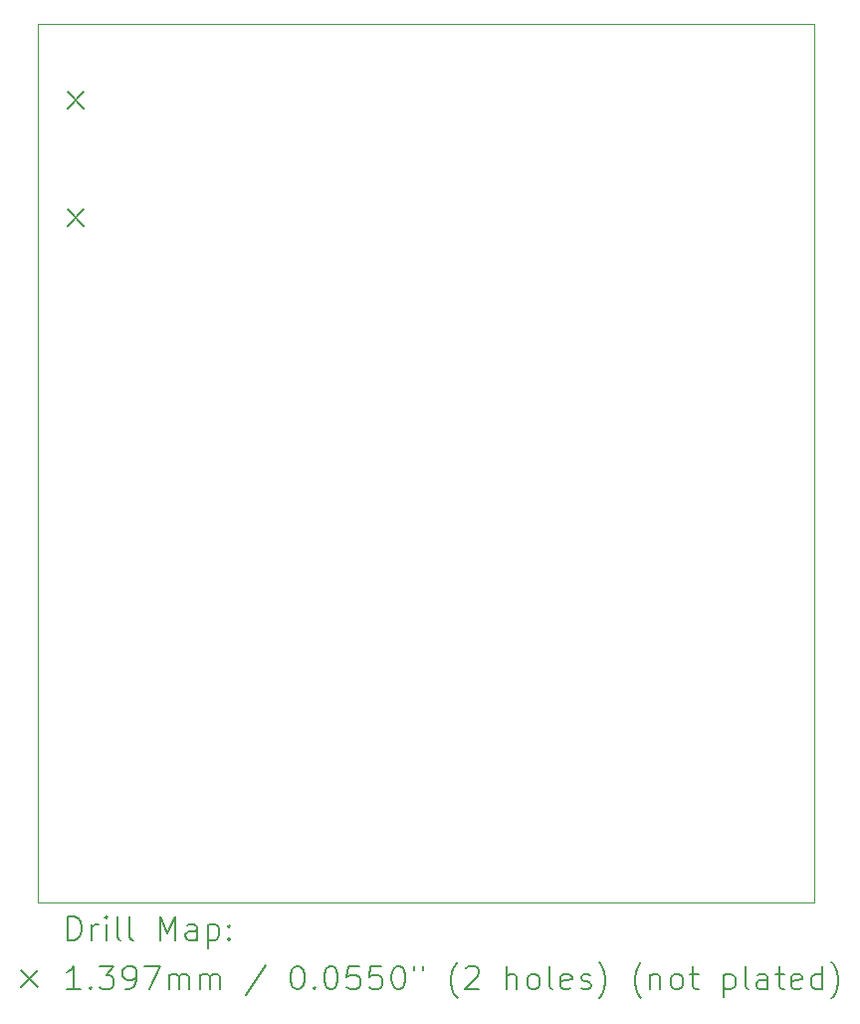
<source format=gbr>
%TF.GenerationSoftware,KiCad,Pcbnew,(6.0.11)*%
%TF.CreationDate,2024-06-19T11:06:34+02:00*%
%TF.ProjectId,Theremin,54686572-656d-4696-9e2e-6b696361645f,rev?*%
%TF.SameCoordinates,Original*%
%TF.FileFunction,Drillmap*%
%TF.FilePolarity,Positive*%
%FSLAX45Y45*%
G04 Gerber Fmt 4.5, Leading zero omitted, Abs format (unit mm)*
G04 Created by KiCad (PCBNEW (6.0.11)) date 2024-06-19 11:06:34*
%MOMM*%
%LPD*%
G01*
G04 APERTURE LIST*
%ADD10C,0.100000*%
%ADD11C,0.200000*%
%ADD12C,0.139700*%
G04 APERTURE END LIST*
D10*
X10922000Y-4191000D02*
X17526000Y-4191000D01*
X17526000Y-4191000D02*
X17526000Y-11658600D01*
X17526000Y-11658600D02*
X10922000Y-11658600D01*
X10922000Y-11658600D02*
X10922000Y-4191000D01*
D11*
D12*
X11168380Y-4764024D02*
X11308080Y-4903724D01*
X11308080Y-4764024D02*
X11168380Y-4903724D01*
X11168380Y-5764276D02*
X11308080Y-5903976D01*
X11308080Y-5764276D02*
X11168380Y-5903976D01*
D11*
X11174619Y-11974076D02*
X11174619Y-11774076D01*
X11222238Y-11774076D01*
X11250809Y-11783600D01*
X11269857Y-11802648D01*
X11279381Y-11821695D01*
X11288905Y-11859790D01*
X11288905Y-11888362D01*
X11279381Y-11926457D01*
X11269857Y-11945505D01*
X11250809Y-11964552D01*
X11222238Y-11974076D01*
X11174619Y-11974076D01*
X11374619Y-11974076D02*
X11374619Y-11840743D01*
X11374619Y-11878838D02*
X11384143Y-11859790D01*
X11393667Y-11850267D01*
X11412714Y-11840743D01*
X11431762Y-11840743D01*
X11498428Y-11974076D02*
X11498428Y-11840743D01*
X11498428Y-11774076D02*
X11488905Y-11783600D01*
X11498428Y-11793124D01*
X11507952Y-11783600D01*
X11498428Y-11774076D01*
X11498428Y-11793124D01*
X11622238Y-11974076D02*
X11603190Y-11964552D01*
X11593667Y-11945505D01*
X11593667Y-11774076D01*
X11727000Y-11974076D02*
X11707952Y-11964552D01*
X11698428Y-11945505D01*
X11698428Y-11774076D01*
X11955571Y-11974076D02*
X11955571Y-11774076D01*
X12022238Y-11916933D01*
X12088905Y-11774076D01*
X12088905Y-11974076D01*
X12269857Y-11974076D02*
X12269857Y-11869314D01*
X12260333Y-11850267D01*
X12241286Y-11840743D01*
X12203190Y-11840743D01*
X12184143Y-11850267D01*
X12269857Y-11964552D02*
X12250809Y-11974076D01*
X12203190Y-11974076D01*
X12184143Y-11964552D01*
X12174619Y-11945505D01*
X12174619Y-11926457D01*
X12184143Y-11907409D01*
X12203190Y-11897886D01*
X12250809Y-11897886D01*
X12269857Y-11888362D01*
X12365095Y-11840743D02*
X12365095Y-12040743D01*
X12365095Y-11850267D02*
X12384143Y-11840743D01*
X12422238Y-11840743D01*
X12441286Y-11850267D01*
X12450809Y-11859790D01*
X12460333Y-11878838D01*
X12460333Y-11935981D01*
X12450809Y-11955028D01*
X12441286Y-11964552D01*
X12422238Y-11974076D01*
X12384143Y-11974076D01*
X12365095Y-11964552D01*
X12546048Y-11955028D02*
X12555571Y-11964552D01*
X12546048Y-11974076D01*
X12536524Y-11964552D01*
X12546048Y-11955028D01*
X12546048Y-11974076D01*
X12546048Y-11850267D02*
X12555571Y-11859790D01*
X12546048Y-11869314D01*
X12536524Y-11859790D01*
X12546048Y-11850267D01*
X12546048Y-11869314D01*
D12*
X10777300Y-12233750D02*
X10917000Y-12373450D01*
X10917000Y-12233750D02*
X10777300Y-12373450D01*
D11*
X11279381Y-12394076D02*
X11165095Y-12394076D01*
X11222238Y-12394076D02*
X11222238Y-12194076D01*
X11203190Y-12222648D01*
X11184143Y-12241695D01*
X11165095Y-12251219D01*
X11365095Y-12375028D02*
X11374619Y-12384552D01*
X11365095Y-12394076D01*
X11355571Y-12384552D01*
X11365095Y-12375028D01*
X11365095Y-12394076D01*
X11441286Y-12194076D02*
X11565095Y-12194076D01*
X11498428Y-12270267D01*
X11527000Y-12270267D01*
X11546048Y-12279790D01*
X11555571Y-12289314D01*
X11565095Y-12308362D01*
X11565095Y-12355981D01*
X11555571Y-12375028D01*
X11546048Y-12384552D01*
X11527000Y-12394076D01*
X11469857Y-12394076D01*
X11450809Y-12384552D01*
X11441286Y-12375028D01*
X11660333Y-12394076D02*
X11698428Y-12394076D01*
X11717476Y-12384552D01*
X11727000Y-12375028D01*
X11746048Y-12346457D01*
X11755571Y-12308362D01*
X11755571Y-12232171D01*
X11746048Y-12213124D01*
X11736524Y-12203600D01*
X11717476Y-12194076D01*
X11679381Y-12194076D01*
X11660333Y-12203600D01*
X11650809Y-12213124D01*
X11641286Y-12232171D01*
X11641286Y-12279790D01*
X11650809Y-12298838D01*
X11660333Y-12308362D01*
X11679381Y-12317886D01*
X11717476Y-12317886D01*
X11736524Y-12308362D01*
X11746048Y-12298838D01*
X11755571Y-12279790D01*
X11822238Y-12194076D02*
X11955571Y-12194076D01*
X11869857Y-12394076D01*
X12031762Y-12394076D02*
X12031762Y-12260743D01*
X12031762Y-12279790D02*
X12041286Y-12270267D01*
X12060333Y-12260743D01*
X12088905Y-12260743D01*
X12107952Y-12270267D01*
X12117476Y-12289314D01*
X12117476Y-12394076D01*
X12117476Y-12289314D02*
X12127000Y-12270267D01*
X12146048Y-12260743D01*
X12174619Y-12260743D01*
X12193667Y-12270267D01*
X12203190Y-12289314D01*
X12203190Y-12394076D01*
X12298428Y-12394076D02*
X12298428Y-12260743D01*
X12298428Y-12279790D02*
X12307952Y-12270267D01*
X12327000Y-12260743D01*
X12355571Y-12260743D01*
X12374619Y-12270267D01*
X12384143Y-12289314D01*
X12384143Y-12394076D01*
X12384143Y-12289314D02*
X12393667Y-12270267D01*
X12412714Y-12260743D01*
X12441286Y-12260743D01*
X12460333Y-12270267D01*
X12469857Y-12289314D01*
X12469857Y-12394076D01*
X12860333Y-12184552D02*
X12688905Y-12441695D01*
X13117476Y-12194076D02*
X13136524Y-12194076D01*
X13155571Y-12203600D01*
X13165095Y-12213124D01*
X13174619Y-12232171D01*
X13184143Y-12270267D01*
X13184143Y-12317886D01*
X13174619Y-12355981D01*
X13165095Y-12375028D01*
X13155571Y-12384552D01*
X13136524Y-12394076D01*
X13117476Y-12394076D01*
X13098428Y-12384552D01*
X13088905Y-12375028D01*
X13079381Y-12355981D01*
X13069857Y-12317886D01*
X13069857Y-12270267D01*
X13079381Y-12232171D01*
X13088905Y-12213124D01*
X13098428Y-12203600D01*
X13117476Y-12194076D01*
X13269857Y-12375028D02*
X13279381Y-12384552D01*
X13269857Y-12394076D01*
X13260333Y-12384552D01*
X13269857Y-12375028D01*
X13269857Y-12394076D01*
X13403190Y-12194076D02*
X13422238Y-12194076D01*
X13441286Y-12203600D01*
X13450809Y-12213124D01*
X13460333Y-12232171D01*
X13469857Y-12270267D01*
X13469857Y-12317886D01*
X13460333Y-12355981D01*
X13450809Y-12375028D01*
X13441286Y-12384552D01*
X13422238Y-12394076D01*
X13403190Y-12394076D01*
X13384143Y-12384552D01*
X13374619Y-12375028D01*
X13365095Y-12355981D01*
X13355571Y-12317886D01*
X13355571Y-12270267D01*
X13365095Y-12232171D01*
X13374619Y-12213124D01*
X13384143Y-12203600D01*
X13403190Y-12194076D01*
X13650809Y-12194076D02*
X13555571Y-12194076D01*
X13546048Y-12289314D01*
X13555571Y-12279790D01*
X13574619Y-12270267D01*
X13622238Y-12270267D01*
X13641286Y-12279790D01*
X13650809Y-12289314D01*
X13660333Y-12308362D01*
X13660333Y-12355981D01*
X13650809Y-12375028D01*
X13641286Y-12384552D01*
X13622238Y-12394076D01*
X13574619Y-12394076D01*
X13555571Y-12384552D01*
X13546048Y-12375028D01*
X13841286Y-12194076D02*
X13746048Y-12194076D01*
X13736524Y-12289314D01*
X13746048Y-12279790D01*
X13765095Y-12270267D01*
X13812714Y-12270267D01*
X13831762Y-12279790D01*
X13841286Y-12289314D01*
X13850809Y-12308362D01*
X13850809Y-12355981D01*
X13841286Y-12375028D01*
X13831762Y-12384552D01*
X13812714Y-12394076D01*
X13765095Y-12394076D01*
X13746048Y-12384552D01*
X13736524Y-12375028D01*
X13974619Y-12194076D02*
X13993667Y-12194076D01*
X14012714Y-12203600D01*
X14022238Y-12213124D01*
X14031762Y-12232171D01*
X14041286Y-12270267D01*
X14041286Y-12317886D01*
X14031762Y-12355981D01*
X14022238Y-12375028D01*
X14012714Y-12384552D01*
X13993667Y-12394076D01*
X13974619Y-12394076D01*
X13955571Y-12384552D01*
X13946048Y-12375028D01*
X13936524Y-12355981D01*
X13927000Y-12317886D01*
X13927000Y-12270267D01*
X13936524Y-12232171D01*
X13946048Y-12213124D01*
X13955571Y-12203600D01*
X13974619Y-12194076D01*
X14117476Y-12194076D02*
X14117476Y-12232171D01*
X14193667Y-12194076D02*
X14193667Y-12232171D01*
X14488905Y-12470267D02*
X14479381Y-12460743D01*
X14460333Y-12432171D01*
X14450809Y-12413124D01*
X14441286Y-12384552D01*
X14431762Y-12336933D01*
X14431762Y-12298838D01*
X14441286Y-12251219D01*
X14450809Y-12222648D01*
X14460333Y-12203600D01*
X14479381Y-12175028D01*
X14488905Y-12165505D01*
X14555571Y-12213124D02*
X14565095Y-12203600D01*
X14584143Y-12194076D01*
X14631762Y-12194076D01*
X14650809Y-12203600D01*
X14660333Y-12213124D01*
X14669857Y-12232171D01*
X14669857Y-12251219D01*
X14660333Y-12279790D01*
X14546048Y-12394076D01*
X14669857Y-12394076D01*
X14907952Y-12394076D02*
X14907952Y-12194076D01*
X14993667Y-12394076D02*
X14993667Y-12289314D01*
X14984143Y-12270267D01*
X14965095Y-12260743D01*
X14936524Y-12260743D01*
X14917476Y-12270267D01*
X14907952Y-12279790D01*
X15117476Y-12394076D02*
X15098428Y-12384552D01*
X15088905Y-12375028D01*
X15079381Y-12355981D01*
X15079381Y-12298838D01*
X15088905Y-12279790D01*
X15098428Y-12270267D01*
X15117476Y-12260743D01*
X15146048Y-12260743D01*
X15165095Y-12270267D01*
X15174619Y-12279790D01*
X15184143Y-12298838D01*
X15184143Y-12355981D01*
X15174619Y-12375028D01*
X15165095Y-12384552D01*
X15146048Y-12394076D01*
X15117476Y-12394076D01*
X15298428Y-12394076D02*
X15279381Y-12384552D01*
X15269857Y-12365505D01*
X15269857Y-12194076D01*
X15450809Y-12384552D02*
X15431762Y-12394076D01*
X15393667Y-12394076D01*
X15374619Y-12384552D01*
X15365095Y-12365505D01*
X15365095Y-12289314D01*
X15374619Y-12270267D01*
X15393667Y-12260743D01*
X15431762Y-12260743D01*
X15450809Y-12270267D01*
X15460333Y-12289314D01*
X15460333Y-12308362D01*
X15365095Y-12327409D01*
X15536524Y-12384552D02*
X15555571Y-12394076D01*
X15593667Y-12394076D01*
X15612714Y-12384552D01*
X15622238Y-12365505D01*
X15622238Y-12355981D01*
X15612714Y-12336933D01*
X15593667Y-12327409D01*
X15565095Y-12327409D01*
X15546048Y-12317886D01*
X15536524Y-12298838D01*
X15536524Y-12289314D01*
X15546048Y-12270267D01*
X15565095Y-12260743D01*
X15593667Y-12260743D01*
X15612714Y-12270267D01*
X15688905Y-12470267D02*
X15698428Y-12460743D01*
X15717476Y-12432171D01*
X15727000Y-12413124D01*
X15736524Y-12384552D01*
X15746048Y-12336933D01*
X15746048Y-12298838D01*
X15736524Y-12251219D01*
X15727000Y-12222648D01*
X15717476Y-12203600D01*
X15698428Y-12175028D01*
X15688905Y-12165505D01*
X16050809Y-12470267D02*
X16041286Y-12460743D01*
X16022238Y-12432171D01*
X16012714Y-12413124D01*
X16003190Y-12384552D01*
X15993667Y-12336933D01*
X15993667Y-12298838D01*
X16003190Y-12251219D01*
X16012714Y-12222648D01*
X16022238Y-12203600D01*
X16041286Y-12175028D01*
X16050809Y-12165505D01*
X16127000Y-12260743D02*
X16127000Y-12394076D01*
X16127000Y-12279790D02*
X16136524Y-12270267D01*
X16155571Y-12260743D01*
X16184143Y-12260743D01*
X16203190Y-12270267D01*
X16212714Y-12289314D01*
X16212714Y-12394076D01*
X16336524Y-12394076D02*
X16317476Y-12384552D01*
X16307952Y-12375028D01*
X16298428Y-12355981D01*
X16298428Y-12298838D01*
X16307952Y-12279790D01*
X16317476Y-12270267D01*
X16336524Y-12260743D01*
X16365095Y-12260743D01*
X16384143Y-12270267D01*
X16393667Y-12279790D01*
X16403190Y-12298838D01*
X16403190Y-12355981D01*
X16393667Y-12375028D01*
X16384143Y-12384552D01*
X16365095Y-12394076D01*
X16336524Y-12394076D01*
X16460333Y-12260743D02*
X16536524Y-12260743D01*
X16488905Y-12194076D02*
X16488905Y-12365505D01*
X16498428Y-12384552D01*
X16517476Y-12394076D01*
X16536524Y-12394076D01*
X16755571Y-12260743D02*
X16755571Y-12460743D01*
X16755571Y-12270267D02*
X16774619Y-12260743D01*
X16812714Y-12260743D01*
X16831762Y-12270267D01*
X16841286Y-12279790D01*
X16850810Y-12298838D01*
X16850810Y-12355981D01*
X16841286Y-12375028D01*
X16831762Y-12384552D01*
X16812714Y-12394076D01*
X16774619Y-12394076D01*
X16755571Y-12384552D01*
X16965095Y-12394076D02*
X16946048Y-12384552D01*
X16936524Y-12365505D01*
X16936524Y-12194076D01*
X17127000Y-12394076D02*
X17127000Y-12289314D01*
X17117476Y-12270267D01*
X17098429Y-12260743D01*
X17060333Y-12260743D01*
X17041286Y-12270267D01*
X17127000Y-12384552D02*
X17107952Y-12394076D01*
X17060333Y-12394076D01*
X17041286Y-12384552D01*
X17031762Y-12365505D01*
X17031762Y-12346457D01*
X17041286Y-12327409D01*
X17060333Y-12317886D01*
X17107952Y-12317886D01*
X17127000Y-12308362D01*
X17193667Y-12260743D02*
X17269857Y-12260743D01*
X17222238Y-12194076D02*
X17222238Y-12365505D01*
X17231762Y-12384552D01*
X17250810Y-12394076D01*
X17269857Y-12394076D01*
X17412714Y-12384552D02*
X17393667Y-12394076D01*
X17355571Y-12394076D01*
X17336524Y-12384552D01*
X17327000Y-12365505D01*
X17327000Y-12289314D01*
X17336524Y-12270267D01*
X17355571Y-12260743D01*
X17393667Y-12260743D01*
X17412714Y-12270267D01*
X17422238Y-12289314D01*
X17422238Y-12308362D01*
X17327000Y-12327409D01*
X17593667Y-12394076D02*
X17593667Y-12194076D01*
X17593667Y-12384552D02*
X17574619Y-12394076D01*
X17536524Y-12394076D01*
X17517476Y-12384552D01*
X17507952Y-12375028D01*
X17498429Y-12355981D01*
X17498429Y-12298838D01*
X17507952Y-12279790D01*
X17517476Y-12270267D01*
X17536524Y-12260743D01*
X17574619Y-12260743D01*
X17593667Y-12270267D01*
X17669857Y-12470267D02*
X17679381Y-12460743D01*
X17698429Y-12432171D01*
X17707952Y-12413124D01*
X17717476Y-12384552D01*
X17727000Y-12336933D01*
X17727000Y-12298838D01*
X17717476Y-12251219D01*
X17707952Y-12222648D01*
X17698429Y-12203600D01*
X17679381Y-12175028D01*
X17669857Y-12165505D01*
M02*

</source>
